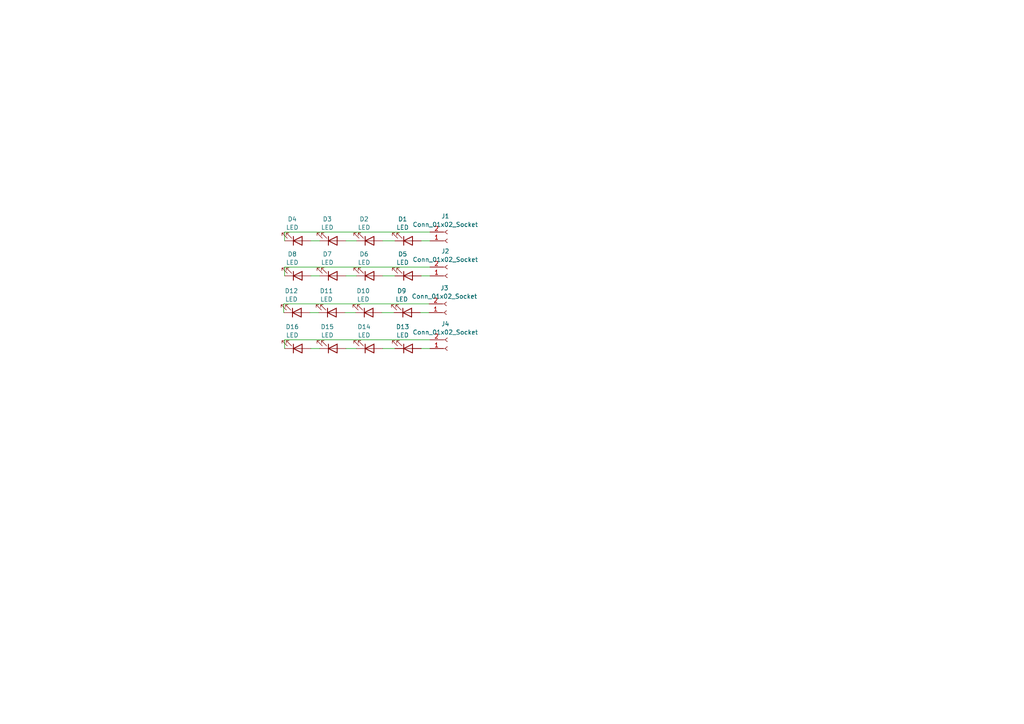
<source format=kicad_sch>
(kicad_sch (version 20230121) (generator eeschema)
  (paper "A4")
  (lib_symbols
    (symbol "Connector:Conn_01x02_Socket" (pin_names (offset 1.016) hide)
      (property "Reference" "J" (at 0 2.54 0))
      (property "Value" "Conn_01x02_Socket" (at 0 -5.08 0))
      (symbol "Conn_01x02_Socket_1_1"
        (arc (start 0 -2.032) (mid -0.5058 -2.54) (end 0 -3.048) (stroke (width 0.1524)))
        (polyline (pts (xy -1.27 -2.54) (xy -0.508 -2.54)) (stroke (width 0.1524)))
        (polyline (pts (xy -1.27 0) (xy -0.508 0)) (stroke (width 0.1524)))
        (arc (start 0 0.508) (mid -0.5058 0) (end 0 -0.508) (stroke (width 0.1524)))
        (pin passive line (at -5.08 0 0) (length 3.81) (name "Pin_1") (number "1"))
        (pin passive line (at -5.08 -2.54 0) (length 3.81) (name "Pin_2") (number "2"))
      )
    )
    (symbol "Device:LED" (pin_numbers hide) (pin_names (offset 1.016) hide)
      (property "Reference" "D" (at 0 2.54 0))
      (property "Value" "LED" (at 0 -2.54 0))
      (symbol "LED_0_1"
        (polyline (pts (xy -1.27 -1.27) (xy -1.27 1.27)) (stroke (width 0.254)))
        (polyline (pts (xy -1.27 0) (xy 1.27 0)))
        (polyline (pts (xy 1.27 -1.27) (xy 1.27 1.27) (xy -1.27 0) (xy 1.27 -1.27)) (stroke (width 0.254)))
        (polyline (pts (xy -3.048 -0.762) (xy -4.572 -2.286) (xy -3.81 -2.286) (xy -4.572 -2.286) (xy -4.572 -1.524)))
        (polyline (pts (xy -1.778 -0.762) (xy -3.302 -2.286) (xy -2.54 -2.286) (xy -3.302 -2.286) (xy -3.302 -1.524)))
      )
      (symbol "LED_1_1"
        (pin passive line (at -3.81 0 0) (length 2.54) (name "K") (number "1"))
        (pin passive line (at 3.81 0 180) (length 2.54) (name "A") (number "2"))
      )
    )
  )
  (wire (pts (xy 124.714 77.47) (xy 82.55 77.47)))
  (wire (pts (xy 124.714 101.092) (xy 122.174 101.092)))
  (wire (pts (xy 122.174 80.01) (xy 124.714 80.01)))
  (wire (pts (xy 82.55 67.31) (xy 82.55 69.85)))
  (wire (pts (xy 114.554 80.01) (xy 110.998 80.01)))
  (wire (pts (xy 124.46 90.678) (xy 121.92 90.678)))
  (wire (pts (xy 92.71 80.01) (xy 90.17 80.01)))
  (wire (pts (xy 114.3 90.678) (xy 110.744 90.678)))
  (wire (pts (xy 103.378 80.01) (xy 100.33 80.01)))
  (wire (pts (xy 103.378 69.85) (xy 100.33 69.85)))
  (wire (pts (xy 82.55 98.552) (xy 82.55 101.092)))
  (wire (pts (xy 124.714 98.552) (xy 82.55 98.552)))
  (wire (pts (xy 124.46 88.138) (xy 82.296 88.138)))
  (wire (pts (xy 92.456 90.678) (xy 89.916 90.678)))
  (wire (pts (xy 114.554 69.85) (xy 110.998 69.85)))
  (wire (pts (xy 103.124 90.678) (xy 100.076 90.678)))
  (wire (pts (xy 124.714 67.31) (xy 82.55 67.31)))
  (wire (pts (xy 103.378 101.092) (xy 100.33 101.092)))
  (wire (pts (xy 114.554 101.092) (xy 110.998 101.092)))
  (wire (pts (xy 82.296 88.138) (xy 82.296 90.678)))
  (wire (pts (xy 82.55 77.47) (xy 82.55 80.01)))
  (wire (pts (xy 124.714 69.85) (xy 122.174 69.85)))
  (wire (pts (xy 92.71 69.85) (xy 90.17 69.85)))
  (wire (pts (xy 92.71 101.092) (xy 90.17 101.092)))
  (symbol (lib_id "Device:LED") (at 86.36 69.85 0) (mirror x) (unit 1)
    (property "Reference" "D4" (at 84.7725 63.5467 0))
    (property "Value" "LED" (at 84.7725 65.9709 0))
    (property "Footprint" "LED_SMD:LED_PLCC-2_3.4x3.0mm_KA" (effects hide))
  )
  (symbol (lib_id "Device:LED") (at 118.364 101.092 0) (mirror x) (unit 1)
    (property "Reference" "D13" (at 116.7765 94.7887 0))
    (property "Value" "LED" (at 116.7765 97.2129 0))
    (property "Footprint" "LED_SMD:LED_PLCC-2_3.4x3.0mm_KA" (effects hide))
  )
  (symbol (lib_id "Device:LED") (at 107.188 69.85 0) (mirror x) (unit 1)
    (property "Reference" "D2" (at 105.6005 63.5467 0))
    (property "Value" "LED" (at 105.6005 65.9709 0))
    (property "Footprint" "LED_SMD:LED_PLCC-2_3.4x3.0mm_KA" (effects hide))
  )
  (symbol (lib_id "Device:LED") (at 118.11 90.678 0) (mirror x) (unit 1)
    (property "Reference" "D9" (at 116.5225 84.3747 0))
    (property "Value" "LED" (at 116.5225 86.7989 0))
    (property "Footprint" "LED_SMD:LED_PLCC-2_3.4x3.0mm_KA" (effects hide))
  )
  (symbol (lib_id "Device:LED") (at 86.36 80.01 0) (mirror x) (unit 1)
    (property "Reference" "D8" (at 84.7725 73.7067 0))
    (property "Value" "LED" (at 84.7725 76.1309 0))
    (property "Footprint" "LED_SMD:LED_PLCC-2_3.4x3.0mm_KA" (effects hide))
  )
  (symbol (lib_id "Device:LED") (at 118.364 80.01 0) (mirror x) (unit 1)
    (property "Reference" "D5" (at 116.7765 73.7067 0))
    (property "Value" "LED" (at 116.7765 76.1309 0))
    (property "Footprint" "LED_SMD:LED_PLCC-2_3.4x3.0mm_KA" (effects hide))
  )
  (symbol (lib_id "Device:LED") (at 96.52 80.01 0) (mirror x) (unit 1)
    (property "Reference" "D7" (at 94.9325 73.7067 0))
    (property "Value" "LED" (at 94.9325 76.1309 0))
    (property "Footprint" "LED_SMD:LED_PLCC-2_3.4x3.0mm_KA" (effects hide))
  )
  (symbol (lib_id "Connector:Conn_01x02_Socket") (at 129.794 80.01 0) (mirror x) (unit 1)
    (property "Reference" "J2" (at 129.159 72.8685 0))
    (property "Value" "Conn_01x02_Socket" (at 129.159 75.2927 0))
    (property "Footprint" "Connector_PinSocket_2.54mm:PinSocket_1x02_P2.54mm_Horizontal" (effects hide))
  )
  (symbol (lib_id "Device:LED") (at 96.52 101.092 0) (mirror x) (unit 1)
    (property "Reference" "D15" (at 94.9325 94.7887 0))
    (property "Value" "LED" (at 94.9325 97.2129 0))
    (property "Footprint" "LED_SMD:LED_PLCC-2_3.4x3.0mm_KA" (effects hide))
  )
  (symbol (lib_id "Device:LED") (at 106.934 90.678 0) (mirror x) (unit 1)
    (property "Reference" "D10" (at 105.3465 84.3747 0))
    (property "Value" "LED" (at 105.3465 86.7989 0))
    (property "Footprint" "LED_SMD:LED_PLCC-2_3.4x3.0mm_KA" (effects hide))
  )
  (symbol (lib_id "Device:LED") (at 96.266 90.678 0) (mirror x) (unit 1)
    (property "Reference" "D11" (at 94.6785 84.3747 0))
    (property "Value" "LED" (at 94.6785 86.7989 0))
    (property "Footprint" "LED_SMD:LED_PLCC-2_3.4x3.0mm_KA" (effects hide))
  )
  (symbol (lib_id "Device:LED") (at 86.106 90.678 0) (mirror x) (unit 1)
    (property "Reference" "D12" (at 84.5185 84.3747 0))
    (property "Value" "LED" (at 84.5185 86.7989 0))
    (property "Footprint" "LED_SMD:LED_PLCC-2_3.4x3.0mm_KA" (effects hide))
  )
  (symbol (lib_id "Connector:Conn_01x02_Socket") (at 129.794 69.85 0) (mirror x) (unit 1)
    (property "Reference" "J1" (at 129.159 62.7085 0))
    (property "Value" "Conn_01x02_Socket" (at 129.159 65.1327 0))
    (property "Footprint" "Connector_PinSocket_2.54mm:PinSocket_1x02_P2.54mm_Horizontal" (effects hide))
  )
  (symbol (lib_id "Device:LED") (at 107.188 80.01 0) (mirror x) (unit 1)
    (property "Reference" "D6" (at 105.6005 73.7067 0))
    (property "Value" "LED" (at 105.6005 76.1309 0))
    (property "Footprint" "LED_SMD:LED_PLCC-2_3.4x3.0mm_KA" (effects hide))
  )
  (symbol (lib_id "Device:LED") (at 96.52 69.85 0) (mirror x) (unit 1)
    (property "Reference" "D3" (at 94.9325 63.5467 0))
    (property "Value" "LED" (at 94.9325 65.9709 0))
    (property "Footprint" "LED_SMD:LED_PLCC-2_3.4x3.0mm_KA" (effects hide))
  )
  (symbol (lib_id "Device:LED") (at 118.364 69.85 0) (mirror x) (unit 1)
    (property "Reference" "D1" (at 116.7765 63.5467 0))
    (property "Value" "LED" (at 116.7765 65.9709 0))
    (property "Footprint" "LED_SMD:LED_PLCC-2_3.4x3.0mm_KA" (effects hide))
  )
  (symbol (lib_id "Connector:Conn_01x02_Socket") (at 129.794 101.092 0) (mirror x) (unit 1)
    (property "Reference" "J4" (at 129.159 93.9505 0))
    (property "Value" "Conn_01x02_Socket" (at 129.159 96.3747 0))
    (property "Footprint" "Connector_PinSocket_2.54mm:PinSocket_1x02_P2.54mm_Horizontal" (effects hide))
  )
  (symbol (lib_id "Connector:Conn_01x02_Socket") (at 129.54 90.678 0) (mirror x) (unit 1)
    (property "Reference" "J3" (at 128.905 83.5365 0))
    (property "Value" "Conn_01x02_Socket" (at 128.905 85.9607 0))
    (property "Footprint" "Connector_PinSocket_2.54mm:PinSocket_1x02_P2.54mm_Horizontal" (effects hide))
  )
  (symbol (lib_id "Device:LED") (at 86.36 101.092 0) (mirror x) (unit 1)
    (property "Reference" "D16" (at 84.7725 94.7887 0))
    (property "Value" "LED" (at 84.7725 97.2129 0))
    (property "Footprint" "LED_SMD:LED_PLCC-2_3.4x3.0mm_KA" (effects hide))
  )
  (symbol (lib_id "Device:LED") (at 107.188 101.092 0) (mirror x) (unit 1)
    (property "Reference" "D14" (at 105.6005 94.7887 0))
    (property "Value" "LED" (at 105.6005 97.2129 0))
    (property "Footprint" "LED_SMD:LED_PLCC-2_3.4x3.0mm_KA" (effects hide))
  )
)
</source>
